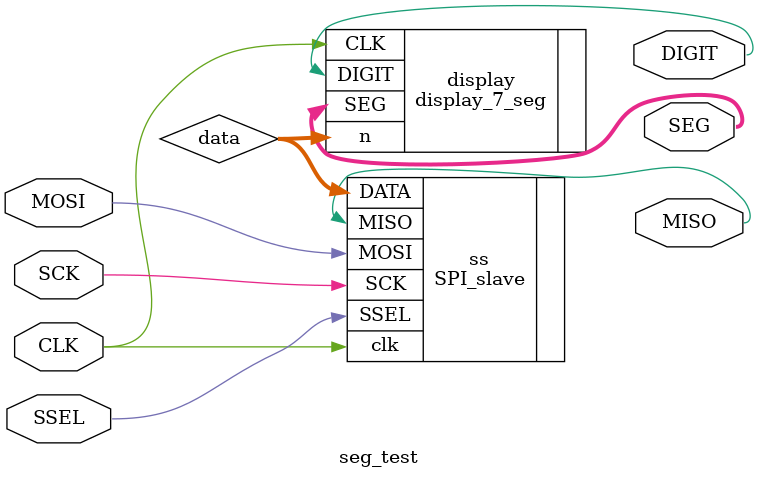
<source format=v>
module seg_test(
   input CLK,
   output [6:0] SEG,
   output DIGIT,
   input SCK,
   input MOSI,
   output MISO,
   input SSEL
   );	
	
reg [7:0] data;

display_7_seg display (.CLK(CLK), .SEG(SEG), .DIGIT(DIGIT), .n(data));

SPI_slave ss (.clk(CLK), .SCK(SCK), .MOSI(MOSI), .MISO(MISO), 
               .SSEL(SSEL), .DATA(data));

endmodule

</source>
